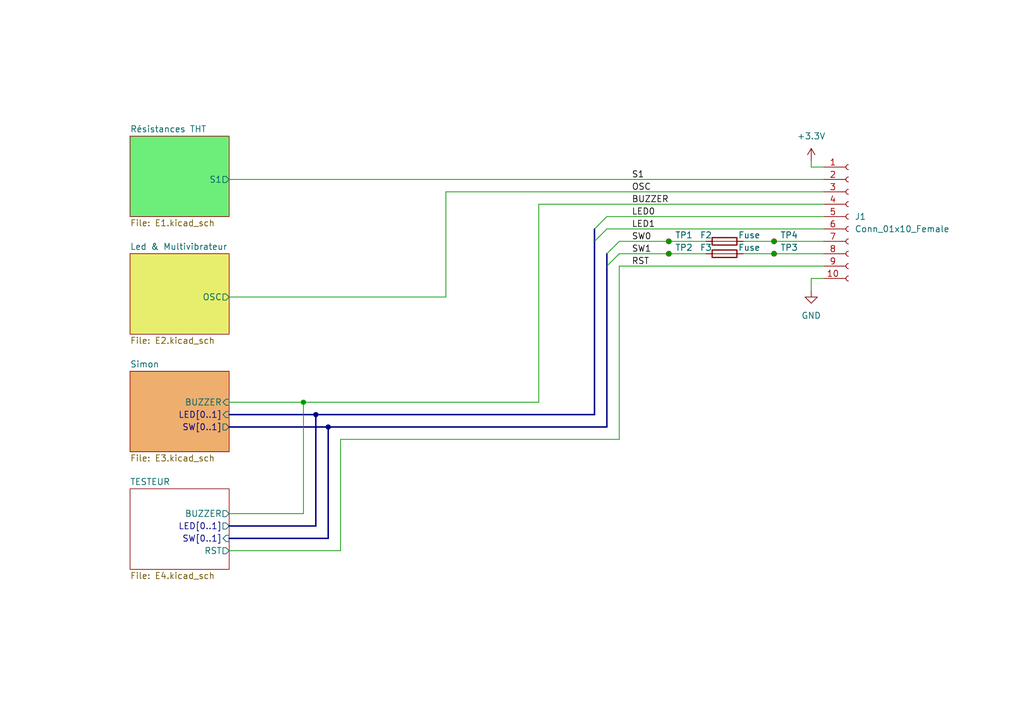
<source format=kicad_sch>
(kicad_sch (version 20211123) (generator eeschema)
  (paper "A5")
  (title_block (title "Challenge de rentrée ") (company "ARES"))
  (lib_symbols
    (symbol "Connector:Conn_01x10_Female" (pin_names (offset 1.016) hide)
      (property "Reference" "J" (at 0 12.7 0))
      (property "Value" "Conn_01x10_Female" (at 0 -15.24 0))
      (symbol "Conn_01x10_Female_1_1"
        (arc (start 0 -12.192) (mid -0.508 -12.7) (end 0 -13.208) (stroke (width 0.1524)))
        (arc (start 0 -9.652) (mid -0.508 -10.16) (end 0 -10.668) (stroke (width 0.1524)))
        (arc (start 0 -7.112) (mid -0.508 -7.62) (end 0 -8.128) (stroke (width 0.1524)))
        (arc (start 0 -4.572) (mid -0.508 -5.08) (end 0 -5.588) (stroke (width 0.1524)))
        (arc (start 0 -2.032) (mid -0.508 -2.54) (end 0 -3.048) (stroke (width 0.1524)))
        (polyline (pts (xy -1.27 -12.7) (xy -0.508 -12.7)) (stroke (width 0.1524)))
        (polyline (pts (xy -1.27 -10.16) (xy -0.508 -10.16)) (stroke (width 0.1524)))
        (polyline (pts (xy -1.27 -7.62) (xy -0.508 -7.62)) (stroke (width 0.1524)))
        (polyline (pts (xy -1.27 -5.08) (xy -0.508 -5.08)) (stroke (width 0.1524)))
        (polyline (pts (xy -1.27 -2.54) (xy -0.508 -2.54)) (stroke (width 0.1524)))
        (polyline (pts (xy -1.27 0) (xy -0.508 0)) (stroke (width 0.1524)))
        (polyline (pts (xy -1.27 2.54) (xy -0.508 2.54)) (stroke (width 0.1524)))
        (polyline (pts (xy -1.27 5.08) (xy -0.508 5.08)) (stroke (width 0.1524)))
        (polyline (pts (xy -1.27 7.62) (xy -0.508 7.62)) (stroke (width 0.1524)))
        (polyline (pts (xy -1.27 10.16) (xy -0.508 10.16)) (stroke (width 0.1524)))
        (arc (start 0 0.508) (mid -0.508 0) (end 0 -0.508) (stroke (width 0.1524)))
        (arc (start 0 3.048) (mid -0.508 2.54) (end 0 2.032) (stroke (width 0.1524)))
        (arc (start 0 5.588) (mid -0.508 5.08) (end 0 4.572) (stroke (width 0.1524)))
        (arc (start 0 8.128) (mid -0.508 7.62) (end 0 7.112) (stroke (width 0.1524)))
        (arc (start 0 10.668) (mid -0.508 10.16) (end 0 9.652) (stroke (width 0.1524)))
        (pin passive line (at -5.08 10.16 0) (length 3.81) (name "Pin_1") (number "1"))
        (pin passive line (at -5.08 -12.7 0) (length 3.81) (name "Pin_10") (number "10"))
        (pin passive line (at -5.08 7.62 0) (length 3.81) (name "Pin_2") (number "2"))
        (pin passive line (at -5.08 5.08 0) (length 3.81) (name "Pin_3") (number "3"))
        (pin passive line (at -5.08 2.54 0) (length 3.81) (name "Pin_4") (number "4"))
        (pin passive line (at -5.08 0 0) (length 3.81) (name "Pin_5") (number "5"))
        (pin passive line (at -5.08 -2.54 0) (length 3.81) (name "Pin_6") (number "6"))
        (pin passive line (at -5.08 -5.08 0) (length 3.81) (name "Pin_7") (number "7"))
        (pin passive line (at -5.08 -7.62 0) (length 3.81) (name "Pin_8") (number "8"))
        (pin passive line (at -5.08 -10.16 0) (length 3.81) (name "Pin_9") (number "9"))
      )
    )
    (symbol "Connector:TestPoint_Small" (pin_numbers hide) (pin_names (offset 0.762) hide)
      (property "Reference" "TP" (at 0 3.81 0))
      (property "Value" "TestPoint_Small" (at 0 2.032 0))
      (symbol "TestPoint_Small_0_1"
        (circle (center 0 0) (radius 0.508))
      )
      (symbol "TestPoint_Small_1_1"
        (pin passive line (at 0 0 90) (length 0) (name "1") (number "1"))
      )
    )
    (symbol "Device:Fuse" (pin_numbers hide) (pin_names (offset 0))
      (property "Reference" "F" (at 2.032 0 90))
      (property "Value" "Fuse" (at -1.905 0 90))
      (symbol "Fuse_0_1"
        (rectangle (start -0.762 -2.54) (end 0.762 2.54) (stroke (width 0.254)))
        (polyline (pts (xy 0 2.54) (xy 0 -2.54)))
      )
      (symbol "Fuse_1_1"
        (pin passive line (at 0 3.81 270) (length 1.27) (name "~") (number "1"))
        (pin passive line (at 0 -3.81 90) (length 1.27) (name "~") (number "2"))
      )
    )
    (symbol "power:+3.3V" (power) (pin_names (offset 0))
      (property "Value" "+3.3V" (at 0 3.556 0))
      (symbol "+3.3V_0_1"
        (polyline (pts (xy -0.762 1.27) (xy 0 2.54)))
        (polyline (pts (xy 0 0) (xy 0 2.54)))
        (polyline (pts (xy 0 2.54) (xy 0.762 1.27)))
      )
      (symbol "+3.3V_1_1"
        (pin power_in line (at 0 0 90) (length 0) hide (name "+3.3V") (number "1"))
      )
    )
    (symbol "power:GND" (power) (pin_names (offset 0))
      (property "Value" "GND" (at 0 -3.81 0))
      (symbol "GND_0_1"
        (polyline (pts (xy 0 0) (xy 0 -1.27) (xy 1.27 -1.27) (xy 0 -2.54) (xy -1.27 -1.27) (xy 0 -1.27)))
      )
      (symbol "GND_1_1"
        (pin power_in line (at 0 0 270) (length 0) hide (name "GND") (number "1"))
      )
    )
  )
  (junction (at 62.23 82.55))
  (junction (at 137.16 49.53))
  (junction (at 64.77 85.09))
  (junction (at 137.16 52.07))
  (junction (at 67.31 87.63))
  (junction (at 158.75 49.53))
  (junction (at 158.7452 52.07))
  (bus_entry (at 121.92 46.99) (size 2.54 -2.54))
  (bus_entry (at 121.92 49.53) (size 2.54 -2.54))
  (bus_entry (at 124.46 52.07) (size 2.54 -2.54))
  (bus_entry (at 124.46 54.61) (size 2.54 -2.54))
  (wire (pts (xy 46.99 82.55) (xy 62.23 82.55)))
  (bus (pts (xy 64.77 85.09) (xy 121.92 85.09)))
  (bus (pts (xy 46.99 110.49) (xy 67.31 110.49)))
  (wire (pts (xy 124.46 46.99) (xy 168.91 46.99)))
  (bus (pts (xy 124.46 54.61) (xy 124.46 87.63)))
  (wire (pts (xy 46.99 60.96) (xy 91.44 60.96)))
  (bus (pts (xy 121.92 49.53) (xy 121.92 85.09)))
  (wire (pts (xy 124.46 44.45) (xy 168.91 44.45)))
  (wire (pts (xy 46.99 105.41) (xy 62.23 105.41)))
  (wire (pts (xy 46.99 113.03) (xy 69.85 113.03)))
  (wire (pts (xy 62.23 82.55) (xy 110.49 82.55)))
  (bus (pts (xy 64.77 85.09) (xy 64.77 107.95)))
  (bus (pts (xy 46.99 87.63) (xy 67.31 87.63)))
  (bus (pts (xy 67.31 87.63) (xy 124.46 87.63)))
  (wire (pts (xy 152.4 52.07) (xy 158.7452 52.07)))
  (wire (pts (xy 166.37 33.02) (xy 166.37 34.29)))
  (wire (pts (xy 152.4 49.53) (xy 158.75 49.53)))
  (wire (pts (xy 46.99 36.83) (xy 168.91 36.83)))
  (wire (pts (xy 166.37 34.29) (xy 168.91 34.29)))
  (wire (pts (xy 166.37 57.15) (xy 166.37 59.69)))
  (wire (pts (xy 91.44 39.37) (xy 168.91 39.37)))
  (wire (pts (xy 110.49 41.91) (xy 110.49 82.55)))
  (wire (pts (xy 62.23 105.41) (xy 62.23 82.55)))
  (bus (pts (xy 64.77 107.95) (xy 46.99 107.95)))
  (bus (pts (xy 46.99 85.09) (xy 64.77 85.09)))
  (wire (pts (xy 127 90.17) (xy 69.85 90.17)))
  (wire (pts (xy 158.7452 52.07) (xy 168.91 52.07)))
  (bus (pts (xy 121.92 46.99) (xy 121.92 49.53)))
  (wire (pts (xy 168.91 57.15) (xy 166.37 57.15)))
  (wire (pts (xy 69.85 90.17) (xy 69.85 113.03)))
  (wire (pts (xy 137.16 52.07) (xy 144.78 52.07)))
  (wire (pts (xy 158.75 49.53) (xy 168.91 49.53)))
  (bus (pts (xy 124.46 52.07) (xy 124.46 54.61)))
  (bus (pts (xy 67.31 110.49) (xy 67.31 87.63)))
  (wire (pts (xy 127 52.07) (xy 137.16 52.07)))
  (wire (pts (xy 127 54.61) (xy 127 90.17)))
  (wire (pts (xy 168.91 54.61) (xy 127 54.61)))
  (wire (pts (xy 110.49 41.91) (xy 168.91 41.91)))
  (wire (pts (xy 127 49.53) (xy 137.16 49.53)))
  (wire (pts (xy 137.16 49.53) (xy 144.78 49.53)))
  (wire (pts (xy 91.44 60.96) (xy 91.44 39.37)))
  (label "LED0" (at 129.54 44.45 0))
  (label "LED1" (at 129.54 46.99 0))
  (label "OSC" (at 129.54 39.37 0))
  (label "BUZZER" (at 129.54 41.91 0))
  (label "SW1" (at 129.54 52.07 0))
  (label "RST" (at 129.54 54.61 0))
  (label "S1" (at 129.54 36.83 0))
  (label "SW0" (at 129.54 49.53 0))
  (symbol (lib_id "Device:Fuse") (at 148.59 52.07 90) (unit 1)
    (property "Reference" "F3" (at 144.78 50.8 90))
    (property "Value" "Fuse" (at 153.67 50.8 90))
    (property "Footprint" "Custom:Fuse_internal_trace" (effects hide))
  )
  (symbol (lib_id "Connector:TestPoint_Small") (at 158.75 49.53 0) (unit 1)
    (property "Reference" "TP4" (at 160.02 48.26 0) (effects (justify left)))
    (property "Value" "TestPoint_Small" (effects hide))
    (property "Footprint" "TestPoint:TestPoint_Pad_D1.5mm" (effects hide))
  )
  (symbol (lib_id "Connector:Conn_01x10_Female") (at 173.99 44.45 0) (unit 1)
    (property "Reference" "J1" (at 175.26 44.4499 0) (effects (justify left)))
    (property "Value" "Conn_01x10_Female" (at 175.26 46.9899 0) (effects (justify left)))
    (property "Footprint" "Connector_PinHeader_2.54mm:PinHeader_1x10_P2.54mm_Horizontal" (effects hide))
  )
  (symbol (lib_id "Connector:TestPoint_Small") (at 137.16 52.07 0) (unit 1)
    (property "Reference" "TP2" (at 138.43 50.8 0) (effects (justify left)))
    (property "Value" "TestPoint_Small" (effects hide))
    (property "Footprint" "TestPoint:TestPoint_Pad_D1.5mm" (effects hide))
  )
  (symbol (lib_id "Connector:TestPoint_Small") (at 137.16 49.53 0) (unit 1)
    (property "Reference" "TP1" (at 138.43 48.26 0) (effects (justify left)))
    (property "Value" "TestPoint_Small" (effects hide))
    (property "Footprint" "TestPoint:TestPoint_Pad_D1.5mm" (effects hide))
  )
  (symbol (lib_id "power:GND") (at 166.37 59.69 0) (unit 1)
    (property "Reference" "#PWR02" (effects hide))
    (property "Value" "GND" (at 166.37 64.77 0))
  )
  (symbol (lib_id "power:+3.3V") (at 166.37 33.02 0) (unit 1)
    (property "Reference" "#PWR01" (effects hide))
    (property "Value" "+3.3V" (at 166.37 27.94 0))
  )
  (symbol (lib_id "Device:Fuse") (at 148.59 49.53 90) (unit 1)
    (property "Reference" "F2" (at 144.78 48.26 90))
    (property "Value" "Fuse" (at 153.67 48.26 90))
    (property "Footprint" "Custom:Fuse_internal_trace" (effects hide))
  )
  (symbol (lib_id "Connector:TestPoint_Small") (at 158.7452 52.07 0) (unit 1)
    (property "Reference" "TP3" (at 160.0152 50.8 0) (effects (justify left)))
    (property "Value" "TestPoint_Small" (effects hide))
    (property "Footprint" "TestPoint:TestPoint_Pad_D1.5mm" (effects hide))
  )
  (sheet (at 26.67 100.33) (size 20.32 16.51) (stroke (width 0.1524)) (fill (color 255 255 255 1.0000))
    (property "Sheet name" "TESTEUR" (at 26.67 99.6184 0) (effects (justify left bottom)))
    (property "Sheet file" "E4.kicad_sch" (at 26.67 117.4246 0) (effects (justify left top)))
    (pin "BUZZER" output (at 46.99 105.41 0))
    (pin "SW[0..1]" input (at 46.99 110.49 0))
    (pin "LED[0..1]" output (at 46.99 107.95 0))
    (pin "RST" output (at 46.99 113.03 0))
  )
  (sheet (at 26.67 76.2) (size 20.32 16.51) (stroke (width 0.1524)) (fill (color 238 174 109 1.0000))
    (property "Sheet name" "Simon" (at 26.67 75.4884 0) (effects (justify left bottom)))
    (property "Sheet file" "E3.kicad_sch" (at 26.67 93.2946 0) (effects (justify left top)))
    (pin "BUZZER" input (at 46.99 82.55 0))
    (pin "LED[0..1]" input (at 46.99 85.09 0))
    (pin "SW[0..1]" output (at 46.99 87.63 0))
  )
  (sheet (at 26.67 52.07) (size 20.32 16.51) (stroke (width 0.1524)) (fill (color 231 238 109 1.0000))
    (property "Sheet name" "Led & Multivibrateur" (at 26.67 51.3584 0) (effects (justify left bottom)))
    (property "Sheet file" "E2.kicad_sch" (at 26.67 69.1646 0) (effects (justify left top)))
    (pin "OSC" output (at 46.99 60.96 0))
  )
  (sheet (at 26.67 27.94) (size 20.32 16.51) (stroke (width 0.1524)) (fill (color 109 238 122 1.0000))
    (property "Sheet name" "Résistances THT" (at 26.67 27.2284 0) (effects (justify left bottom)))
    (property "Sheet file" "E1.kicad_sch" (at 26.67 45.0346 0) (effects (justify left top)))
    (pin "S1" output (at 46.99 36.83 0))
  )
)
</source>
